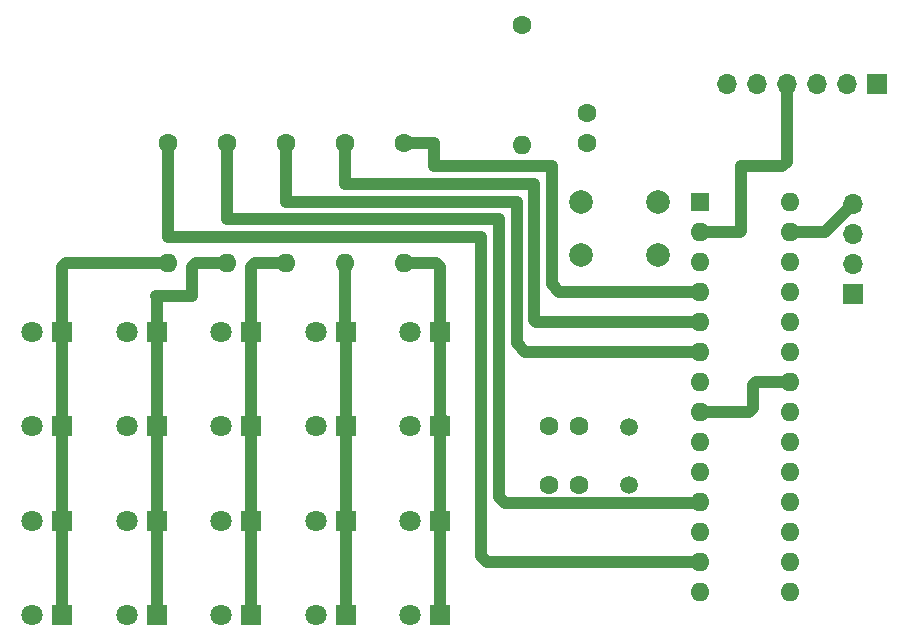
<source format=gbr>
%TF.GenerationSoftware,KiCad,Pcbnew,8.0.7-8.0.7-0~ubuntu24.04.1*%
%TF.CreationDate,2025-01-06T19:00:17+09:00*%
%TF.ProjectId,TutorialBoard2025,5475746f-7269-4616-9c42-6f6172643230,rev?*%
%TF.SameCoordinates,Original*%
%TF.FileFunction,Copper,L2,Bot*%
%TF.FilePolarity,Positive*%
%FSLAX46Y46*%
G04 Gerber Fmt 4.6, Leading zero omitted, Abs format (unit mm)*
G04 Created by KiCad (PCBNEW 8.0.7-8.0.7-0~ubuntu24.04.1) date 2025-01-06 19:00:17*
%MOMM*%
%LPD*%
G01*
G04 APERTURE LIST*
%TA.AperFunction,ComponentPad*%
%ADD10R,1.800000X1.800000*%
%TD*%
%TA.AperFunction,ComponentPad*%
%ADD11C,1.800000*%
%TD*%
%TA.AperFunction,ComponentPad*%
%ADD12O,1.600000X1.600000*%
%TD*%
%TA.AperFunction,ComponentPad*%
%ADD13C,1.600000*%
%TD*%
%TA.AperFunction,ComponentPad*%
%ADD14R,1.600000X1.600000*%
%TD*%
%TA.AperFunction,ComponentPad*%
%ADD15C,2.000000*%
%TD*%
%TA.AperFunction,ComponentPad*%
%ADD16R,1.700000X1.700000*%
%TD*%
%TA.AperFunction,ComponentPad*%
%ADD17O,1.700000X1.700000*%
%TD*%
%TA.AperFunction,ComponentPad*%
%ADD18C,1.500000*%
%TD*%
%TA.AperFunction,Conductor*%
%ADD19C,1.000000*%
%TD*%
G04 APERTURE END LIST*
D10*
%TO.P,3,1,K*%
%TO.N,low3*%
X82040000Y-69000000D03*
D11*
%TO.P,3,2,A*%
%TO.N,high1*%
X79500000Y-69000000D03*
%TD*%
D10*
%TO.P,1,1,K*%
%TO.N,low1*%
X66040000Y-69000000D03*
D11*
%TO.P,1,2,A*%
%TO.N,high1*%
X63500000Y-69000000D03*
%TD*%
D10*
%TO.P,4,1,K*%
%TO.N,low4*%
X90040000Y-69000000D03*
D11*
%TO.P,4,2,A*%
%TO.N,high1*%
X87500000Y-69000000D03*
%TD*%
D10*
%TO.P,2,1,K*%
%TO.N,low2*%
X74040000Y-69000000D03*
D11*
%TO.P,2,2,A*%
%TO.N,high1*%
X71500000Y-69000000D03*
%TD*%
D10*
%TO.P,5,1,K*%
%TO.N,low5*%
X98040000Y-69000000D03*
D11*
%TO.P,5,2,A*%
%TO.N,high1*%
X95500000Y-69000000D03*
%TD*%
D10*
%TO.P,D12,1,K*%
%TO.N,low2*%
X74040000Y-85000000D03*
D11*
%TO.P,D12,2,A*%
%TO.N,high3*%
X71500000Y-85000000D03*
%TD*%
D10*
%TO.P,D14,1,K*%
%TO.N,low4*%
X90040000Y-85000000D03*
D11*
%TO.P,D14,2,A*%
%TO.N,high3*%
X87500000Y-85000000D03*
%TD*%
D10*
%TO.P,D11,1,K*%
%TO.N,low1*%
X66040000Y-85000000D03*
D11*
%TO.P,D11,2,A*%
%TO.N,high3*%
X63500000Y-85000000D03*
%TD*%
D10*
%TO.P,D15,1,K*%
%TO.N,low5*%
X98040000Y-85000000D03*
D11*
%TO.P,D15,2,A*%
%TO.N,high3*%
X95500000Y-85000000D03*
%TD*%
D10*
%TO.P,D13,1,K*%
%TO.N,low3*%
X82040000Y-85000000D03*
D11*
%TO.P,D13,2,A*%
%TO.N,high3*%
X79500000Y-85000000D03*
%TD*%
D12*
%TO.P,330,2*%
%TO.N,low2*%
X80000000Y-55160000D03*
D13*
%TO.P,330,1*%
%TO.N,Net-(U2-PD5)*%
X80000000Y-45000000D03*
%TD*%
D12*
%TO.P,330,2*%
%TO.N,low3*%
X85000000Y-55160000D03*
D13*
%TO.P,330,1*%
%TO.N,Net-(U2-PD4)*%
X85000000Y-45000000D03*
%TD*%
D12*
%TO.P,330,2*%
%TO.N,low4*%
X90000000Y-55160000D03*
D13*
%TO.P,330,1*%
%TO.N,Net-(U2-PD3)*%
X90000000Y-45000000D03*
%TD*%
D12*
%TO.P,330,2*%
%TO.N,low5*%
X95000000Y-55160000D03*
D13*
%TO.P,330,1*%
%TO.N,Net-(U2-PD2)*%
X95000000Y-45000000D03*
%TD*%
D12*
%TO.P,330,2*%
%TO.N,low1*%
X75000000Y-55160000D03*
D13*
%TO.P,330,1*%
%TO.N,Net-(U2-PD7)*%
X75000000Y-45000000D03*
%TD*%
D10*
%TO.P,D18,1,K*%
%TO.N,low3*%
X82040000Y-61000000D03*
D11*
%TO.P,D18,2,A*%
%TO.N,high4*%
X79500000Y-61000000D03*
%TD*%
D14*
%TO.P,U2,1,~{RESET}/PC6*%
%TO.N,Net-(U2-~{RESET}{slash}PC6)*%
X120000000Y-50000000D03*
D12*
%TO.P,U2,2,PD0*%
%TO.N,Net-(J1-Pin_4)*%
X120000000Y-52540000D03*
%TO.P,U2,3,PD1*%
%TO.N,Net-(J1-Pin_5)*%
X120000000Y-55080000D03*
%TO.P,U2,4,PD2*%
%TO.N,Net-(U2-PD2)*%
X120000000Y-57620000D03*
%TO.P,U2,5,PD3*%
%TO.N,Net-(U2-PD3)*%
X120000000Y-60160000D03*
%TO.P,U2,6,PD4*%
%TO.N,Net-(U2-PD4)*%
X120000000Y-62700000D03*
%TO.P,U2,7,VCC*%
%TO.N,VCC*%
X120000000Y-65240000D03*
%TO.P,U2,8,GND*%
%TO.N,GND*%
X120000000Y-67780000D03*
%TO.P,U2,9,XTAL1/PB6*%
%TO.N,Net-(U2-XTAL1{slash}PB6)*%
X120000000Y-70320000D03*
%TO.P,U2,10,XTAL2/PB7*%
%TO.N,Net-(U2-XTAL2{slash}PB7)*%
X120000000Y-72860000D03*
%TO.P,U2,11,PD5*%
%TO.N,Net-(U2-PD5)*%
X120000000Y-75400000D03*
%TO.P,U2,12,PD6*%
%TO.N,high4*%
X120000000Y-77940000D03*
%TO.P,U2,13,PD7*%
%TO.N,Net-(U2-PD7)*%
X120000000Y-80480000D03*
%TO.P,U2,14,PB0*%
%TO.N,unconnected-(U2-PB0-Pad14)*%
X120000000Y-83020000D03*
%TO.P,U2,15,PB1*%
%TO.N,high1*%
X127620000Y-83020000D03*
%TO.P,U2,16,PB2*%
%TO.N,high2*%
X127620000Y-80480000D03*
%TO.P,U2,17,PB3*%
%TO.N,high3*%
X127620000Y-77940000D03*
%TO.P,U2,18,PB4*%
%TO.N,unconnected-(U2-PB4-Pad18)*%
X127620000Y-75400000D03*
%TO.P,U2,19,PB5*%
%TO.N,unconnected-(U2-PB5-Pad19)*%
X127620000Y-72860000D03*
%TO.P,U2,20,AVCC*%
%TO.N,VCC*%
X127620000Y-70320000D03*
%TO.P,U2,21,AREF*%
%TO.N,unconnected-(U2-AREF-Pad21)*%
X127620000Y-67780000D03*
%TO.P,U2,22,GND*%
%TO.N,GND*%
X127620000Y-65240000D03*
%TO.P,U2,23,PC0*%
%TO.N,unconnected-(U2-PC0-Pad23)*%
X127620000Y-62700000D03*
%TO.P,U2,24,PC1*%
%TO.N,unconnected-(U2-PC1-Pad24)*%
X127620000Y-60160000D03*
%TO.P,U2,25,PC2*%
%TO.N,unconnected-(U2-PC2-Pad25)*%
X127620000Y-57620000D03*
%TO.P,U2,26,PC3*%
%TO.N,unconnected-(U2-PC3-Pad26)*%
X127620000Y-55080000D03*
%TO.P,U2,27,PC4*%
%TO.N,Net-(J2-Pin_4)*%
X127620000Y-52540000D03*
%TO.P,U2,28,PC5*%
%TO.N,Net-(J2-Pin_3)*%
X127620000Y-50000000D03*
%TD*%
D10*
%TO.P,D17,1,K*%
%TO.N,low2*%
X74040000Y-61000000D03*
D11*
%TO.P,D17,2,A*%
%TO.N,high4*%
X71500000Y-61000000D03*
%TD*%
D13*
%TO.P,22pF,2*%
%TO.N,GND*%
X107250000Y-74000000D03*
%TO.P,22pF,1*%
%TO.N,Net-(U2-XTAL2{slash}PB7)*%
X109750000Y-74000000D03*
%TD*%
D10*
%TO.P,D9,1,K*%
%TO.N,low4*%
X90040000Y-77000000D03*
D11*
%TO.P,D9,2,A*%
%TO.N,high2*%
X87500000Y-77000000D03*
%TD*%
D13*
%TO.P,22pF,2*%
%TO.N,GND*%
X107250000Y-69000000D03*
%TO.P,22pF,1*%
%TO.N,Net-(U2-XTAL1{slash}PB6)*%
X109750000Y-69000000D03*
%TD*%
D10*
%TO.P,D10,1,K*%
%TO.N,low5*%
X98040000Y-77000000D03*
D11*
%TO.P,D10,2,A*%
%TO.N,high2*%
X95500000Y-77000000D03*
%TD*%
D15*
%TO.P,SW1,1,1*%
%TO.N,Net-(U2-~{RESET}{slash}PC6)*%
X110000000Y-50000000D03*
X116500000Y-50000000D03*
%TO.P,SW1,2,2*%
%TO.N,GND*%
X110000000Y-54500000D03*
X116500000Y-54500000D03*
%TD*%
D16*
%TO.P,J1,1,Pin_1*%
%TO.N,GND*%
X135000000Y-40000000D03*
D17*
%TO.P,J1,2,Pin_2*%
%TO.N,unconnected-(J1-Pin_2-Pad2)*%
X132460000Y-40000000D03*
%TO.P,J1,3,Pin_3*%
%TO.N,VCC*%
X129920000Y-40000000D03*
%TO.P,J1,4,Pin_4*%
%TO.N,Net-(J1-Pin_4)*%
X127380000Y-40000000D03*
%TO.P,J1,5,Pin_5*%
%TO.N,Net-(J1-Pin_5)*%
X124840000Y-40000000D03*
%TO.P,J1,6,Pin_6*%
%TO.N,Net-(J1-Pin_6)*%
X122300000Y-40000000D03*
%TD*%
D16*
%TO.P,J2,1,Pin_1*%
%TO.N,GND*%
X132975000Y-57800000D03*
D17*
%TO.P,J2,2,Pin_2*%
%TO.N,VCC*%
X132975000Y-55260000D03*
%TO.P,J2,3,Pin_3*%
%TO.N,Net-(J2-Pin_3)*%
X132975000Y-52720000D03*
%TO.P,J2,4,Pin_4*%
%TO.N,Net-(J2-Pin_4)*%
X132975000Y-50180000D03*
%TD*%
D10*
%TO.P,D6,1,K*%
%TO.N,low1*%
X66040000Y-77000000D03*
D11*
%TO.P,D6,2,A*%
%TO.N,high2*%
X63500000Y-77000000D03*
%TD*%
D10*
%TO.P,D7,1,K*%
%TO.N,low2*%
X74040000Y-77000000D03*
D11*
%TO.P,D7,2,A*%
%TO.N,high2*%
X71500000Y-77000000D03*
%TD*%
D10*
%TO.P,D19,1,K*%
%TO.N,low4*%
X90040000Y-61000000D03*
D11*
%TO.P,D19,2,A*%
%TO.N,high4*%
X87500000Y-61000000D03*
%TD*%
D12*
%TO.P,10k,2*%
%TO.N,Net-(U2-~{RESET}{slash}PC6)*%
X105000000Y-45160000D03*
D13*
%TO.P,10k,1*%
%TO.N,VCC*%
X105000000Y-35000000D03*
%TD*%
D10*
%TO.P,D8,1,K*%
%TO.N,low3*%
X82040000Y-77000000D03*
D11*
%TO.P,D8,2,A*%
%TO.N,high2*%
X79500000Y-77000000D03*
%TD*%
D13*
%TO.P,0.1\u03BCF,2*%
%TO.N,Net-(J1-Pin_6)*%
X110500000Y-42500000D03*
%TO.P,0.1\u03BCF,1*%
%TO.N,Net-(U2-~{RESET}{slash}PC6)*%
X110500000Y-45000000D03*
%TD*%
D10*
%TO.P,D20,1,K*%
%TO.N,low5*%
X98040000Y-61000000D03*
D11*
%TO.P,D20,2,A*%
%TO.N,high4*%
X95500000Y-61000000D03*
%TD*%
D10*
%TO.P,D16,1,K*%
%TO.N,low1*%
X66040000Y-61000000D03*
D11*
%TO.P,D16,2,A*%
%TO.N,high4*%
X63500000Y-61000000D03*
%TD*%
D18*
%TO.P,Y1,1,1*%
%TO.N,Net-(U2-XTAL1{slash}PB6)*%
X114000000Y-69050000D03*
%TO.P,Y1,2,2*%
%TO.N,Net-(U2-XTAL2{slash}PB7)*%
X114000000Y-73950000D03*
%TD*%
D19*
%TO.N,low5*%
X98145000Y-68265000D02*
X98040000Y-68160000D01*
%TO.N,low1*%
X66040000Y-77000000D02*
X66040000Y-85000000D01*
X66040000Y-69000000D02*
X66040000Y-77000000D01*
X66040000Y-61000000D02*
X66040000Y-69000000D01*
X66340000Y-55160000D02*
X66000000Y-55500000D01*
X75000000Y-55160000D02*
X66340000Y-55160000D01*
X66000000Y-55500000D02*
X66040000Y-55540000D01*
X66040000Y-55540000D02*
X66040000Y-61000000D01*
%TO.N,low2*%
X74040000Y-77000000D02*
X74040000Y-85000000D01*
X74040000Y-69000000D02*
X74040000Y-77000000D01*
X74040000Y-61000000D02*
X74040000Y-69000000D01*
X77000000Y-58000000D02*
X74000000Y-58000000D01*
X77340000Y-55160000D02*
X77000000Y-55500000D01*
X80000000Y-55160000D02*
X77340000Y-55160000D01*
X74000000Y-58000000D02*
X74040000Y-58040000D01*
X77000000Y-55500000D02*
X77000000Y-58000000D01*
X74040000Y-58040000D02*
X74040000Y-61000000D01*
%TO.N,low3*%
X82040000Y-77000000D02*
X82040000Y-85000000D01*
X82040000Y-69000000D02*
X82040000Y-77000000D01*
X82040000Y-61000000D02*
X82040000Y-69000000D01*
X82340000Y-55160000D02*
X82000000Y-55500000D01*
X85000000Y-55160000D02*
X82340000Y-55160000D01*
X82000000Y-55500000D02*
X82040000Y-55540000D01*
X82040000Y-55540000D02*
X82040000Y-61000000D01*
%TO.N,low4*%
X90040000Y-77000000D02*
X90040000Y-85000000D01*
X90040000Y-69000000D02*
X90040000Y-77000000D01*
X90040000Y-61000000D02*
X90040000Y-69000000D01*
X90000000Y-55160000D02*
X90000000Y-60960000D01*
X90000000Y-60960000D02*
X90040000Y-61000000D01*
%TO.N,low5*%
X98040000Y-77000000D02*
X98040000Y-85000000D01*
X98040000Y-69000000D02*
X98040000Y-77000000D01*
X98040000Y-61000000D02*
X98040000Y-69000000D01*
X95000000Y-55160000D02*
X97660000Y-55160000D01*
X98040000Y-55540000D02*
X98040000Y-61000000D01*
X97660000Y-55160000D02*
X98040000Y-55540000D01*
%TO.N,Net-(U2-PD7)*%
X120000000Y-80480000D02*
X101980000Y-80480000D01*
X101500000Y-80000000D02*
X101500000Y-53000000D01*
X101980000Y-80480000D02*
X101500000Y-80000000D01*
X101500000Y-53000000D02*
X75000000Y-53000000D01*
X75000000Y-53000000D02*
X75000000Y-45000000D01*
%TO.N,Net-(U2-PD5)*%
X103000000Y-51500000D02*
X103000000Y-75000000D01*
X80000000Y-45000000D02*
X80000000Y-51500000D01*
X103000000Y-75000000D02*
X103500000Y-75500000D01*
X80000000Y-51500000D02*
X103000000Y-51500000D01*
X103500000Y-75500000D02*
X119900000Y-75500000D01*
X119900000Y-75500000D02*
X120000000Y-75400000D01*
%TO.N,Net-(U2-PD4)*%
X120000000Y-62700000D02*
X105200000Y-62700000D01*
X105200000Y-62700000D02*
X104500000Y-62000000D01*
X104500000Y-62000000D02*
X104500000Y-50000000D01*
X104500000Y-50000000D02*
X85000000Y-50000000D01*
X85000000Y-50000000D02*
X85000000Y-45000000D01*
%TO.N,Net-(U2-PD3)*%
X106000000Y-48500000D02*
X90000000Y-48500000D01*
X106160000Y-60160000D02*
X106000000Y-60000000D01*
X120000000Y-60160000D02*
X106160000Y-60160000D01*
X106000000Y-60000000D02*
X106000000Y-48500000D01*
X90000000Y-48500000D02*
X90000000Y-45000000D01*
%TO.N,Net-(U2-PD2)*%
X120000000Y-57620000D02*
X108120000Y-57620000D01*
X107500000Y-47000000D02*
X97500000Y-47000000D01*
X108120000Y-57620000D02*
X107500000Y-57000000D01*
X107500000Y-57000000D02*
X107500000Y-47000000D01*
X97500000Y-47000000D02*
X97500000Y-45000000D01*
X97500000Y-45000000D02*
X95000000Y-45000000D01*
%TO.N,Net-(J1-Pin_4)*%
X123500000Y-47000000D02*
X123500000Y-52500000D01*
X127380000Y-46620000D02*
X127000000Y-47000000D01*
X123500000Y-52500000D02*
X123460000Y-52540000D01*
X127380000Y-40000000D02*
X127380000Y-46620000D01*
X127000000Y-47000000D02*
X123500000Y-47000000D01*
X123460000Y-52540000D02*
X120000000Y-52540000D01*
%TO.N,GND*%
X127620000Y-65240000D02*
X124760000Y-65240000D01*
X124220000Y-67780000D02*
X124500000Y-67500000D01*
X120000000Y-67780000D02*
X124220000Y-67780000D01*
X124500000Y-67500000D02*
X124500000Y-65500000D01*
X124760000Y-65240000D02*
X124500000Y-65500000D01*
%TO.N,Net-(J2-Pin_4)*%
X130615000Y-52540000D02*
X132975000Y-50180000D01*
X127620000Y-52540000D02*
X130615000Y-52540000D01*
%TD*%
M02*

</source>
